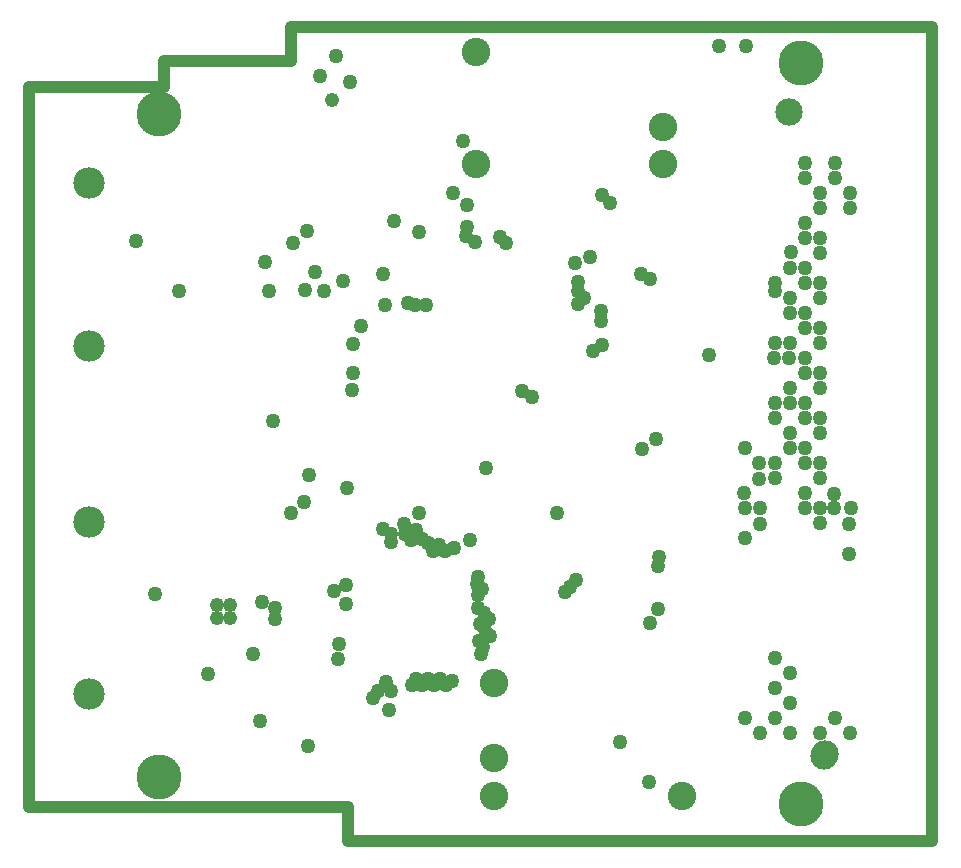
<source format=gbr>
G04 Layer_Physical_Order=7*
G04 Layer_Color=32768*
%FSLAX26Y26*%
%MOIN*%
%TF.FileFunction,Copper,L7,Inr,Plane*%
%TF.Part,Single*%
G01*
G75*
%TA.AperFunction,ComponentPad*%
%ADD42C,0.150000*%
%TA.AperFunction,NonConductor*%
%ADD47C,0.040000*%
%TA.AperFunction,ComponentPad*%
%ADD48C,0.095000*%
%ADD49C,0.104961*%
%ADD50C,0.091000*%
%ADD51C,0.091181*%
%TA.AperFunction,ViaPad*%
%ADD52C,0.050000*%
%ADD53C,0.047874*%
D42*
X5175000Y7960000D02*
D03*
X7315000Y8130000D02*
D03*
Y5660000D02*
D03*
X5175000Y5750000D02*
D03*
D47*
X4740000Y5650000D02*
Y8050000D01*
X5190000D01*
Y8135000D01*
X5615000D01*
Y8250000D01*
X7750000D01*
Y5535000D02*
Y8250000D01*
X5805000Y5535000D02*
X7750000D01*
X5805000D02*
Y5650000D01*
X4740000D02*
X5805000D01*
D48*
X6855000Y7916221D02*
D03*
Y7791221D02*
D03*
X6230000D02*
D03*
Y8166221D02*
D03*
X6292028Y6062190D02*
D03*
Y5812190D02*
D03*
Y5687190D02*
D03*
X6917028D02*
D03*
D49*
X4940500Y7185000D02*
D03*
Y7730000D02*
D03*
X4940000Y6025000D02*
D03*
X4940500Y6600000D02*
D03*
D50*
X7275000Y7965000D02*
D03*
X7390000Y5820000D02*
D03*
D51*
X7395000Y5824499D02*
D03*
X7275000Y7965500D02*
D03*
D52*
X7126000Y6546000D02*
D03*
X7226000Y6146000D02*
D03*
X7276000Y5996000D02*
D03*
X7226000Y6046000D02*
D03*
X7276000Y6096000D02*
D03*
X7426000Y5946000D02*
D03*
X7226000D02*
D03*
X7126000D02*
D03*
X7176000Y5896000D02*
D03*
X7276000D02*
D03*
X7376000D02*
D03*
X7476000D02*
D03*
X7473000Y6493000D02*
D03*
X7125000Y6695000D02*
D03*
X7425000Y6693000D02*
D03*
X7126000Y6647000D02*
D03*
X7479000Y6645000D02*
D03*
X7424000Y6647000D02*
D03*
X7174000Y6744000D02*
D03*
Y6797000D02*
D03*
X7128000Y6847000D02*
D03*
X5336000Y6092000D02*
D03*
X5948000Y6037500D02*
D03*
X5552456Y6934456D02*
D03*
X5770000Y6144000D02*
D03*
X5162000Y6358000D02*
D03*
X5487695Y6159695D02*
D03*
X5518000Y6333000D02*
D03*
X5613000Y6630000D02*
D03*
X5657864Y6666000D02*
D03*
X5799864Y6713000D02*
D03*
X5096000Y7536841D02*
D03*
X5240114Y7369000D02*
D03*
X5725000Y7371000D02*
D03*
X5786000Y7402000D02*
D03*
X6042000Y7566000D02*
D03*
X6202000Y7656000D02*
D03*
X6201000Y7583000D02*
D03*
X5919000Y7427000D02*
D03*
X6186513Y7870487D02*
D03*
X6154000Y7697000D02*
D03*
X7039000Y8186000D02*
D03*
X7131000Y8187000D02*
D03*
X5928425Y7323126D02*
D03*
X6065000Y7324000D02*
D03*
X5848000Y7253000D02*
D03*
X5819000Y7095000D02*
D03*
Y7194000D02*
D03*
X6027000Y7324000D02*
D03*
X5662000Y7372000D02*
D03*
X6264000Y6780000D02*
D03*
X5675000Y6756000D02*
D03*
X7226000Y6996000D02*
D03*
X7326000Y6696000D02*
D03*
X7226000Y6796000D02*
D03*
Y6746000D02*
D03*
X7276000Y6896000D02*
D03*
Y6846000D02*
D03*
X7326000Y6946000D02*
D03*
Y6996000D02*
D03*
X7476000Y7696000D02*
D03*
X6837000Y6310870D02*
D03*
Y6451919D02*
D03*
X6840613Y6483947D02*
D03*
X5941677Y5974000D02*
D03*
X6810000Y6263000D02*
D03*
X7376000Y6796000D02*
D03*
Y6746000D02*
D03*
X7326000Y6646000D02*
D03*
X7376000D02*
D03*
Y6596000D02*
D03*
Y7696000D02*
D03*
X7273000Y7146000D02*
D03*
X7276000Y7196000D02*
D03*
X5561000Y6312500D02*
D03*
Y6277500D02*
D03*
X7476000Y7646000D02*
D03*
X7226000Y7196000D02*
D03*
X7223000Y7145000D02*
D03*
X7326000Y7096000D02*
D03*
Y7146000D02*
D03*
X7376000Y7046000D02*
D03*
Y7096000D02*
D03*
X7276000Y7046000D02*
D03*
Y6996000D02*
D03*
X7473000Y6593000D02*
D03*
X7176000D02*
D03*
X7177000Y6647000D02*
D03*
X6528000Y6366000D02*
D03*
X6545207Y6383207D02*
D03*
X6564395Y6407667D02*
D03*
X6500000Y6630000D02*
D03*
X7226000Y6946000D02*
D03*
X7376000Y6896000D02*
D03*
Y6946000D02*
D03*
X6088000Y6503000D02*
D03*
X6237000Y6356685D02*
D03*
X5992396Y6560000D02*
D03*
X6071076Y6527972D02*
D03*
X5773500Y6194000D02*
D03*
X6241000Y6203000D02*
D03*
X6232193Y6391740D02*
D03*
X5921622Y6576000D02*
D03*
X6259000Y6239000D02*
D03*
X5796000Y6326000D02*
D03*
X5929000Y6066000D02*
D03*
X6127000Y6504000D02*
D03*
X6050528Y6057268D02*
D03*
X6257787Y6296842D02*
D03*
X5990000Y6593000D02*
D03*
X6149939Y6071000D02*
D03*
X5796000Y6390000D02*
D03*
X6089898Y6057268D02*
D03*
X6237000Y6415740D02*
D03*
X6107000Y6524000D02*
D03*
X6155544Y6512000D02*
D03*
X6254941Y6183000D02*
D03*
X6236000Y6313000D02*
D03*
X6013000Y6540000D02*
D03*
X6070213Y6076458D02*
D03*
X6030842Y6573842D02*
D03*
Y6076458D02*
D03*
X6246000Y6159000D02*
D03*
X6052000Y6544000D02*
D03*
X5946000Y6534000D02*
D03*
X6109583Y6076458D02*
D03*
X6276000Y6219000D02*
D03*
X6275102Y6277158D02*
D03*
X5947000Y6558334D02*
D03*
X6251394Y6377000D02*
D03*
X6244000Y6258000D02*
D03*
X7226000Y7396000D02*
D03*
X6227364Y7533364D02*
D03*
X6784000Y6844000D02*
D03*
X6829000Y6875130D02*
D03*
X7426000Y7746000D02*
D03*
Y7796000D02*
D03*
X6779000Y7426000D02*
D03*
X6811000Y7409000D02*
D03*
X5957000Y7603000D02*
D03*
X7006000Y7155000D02*
D03*
X6209000Y6541000D02*
D03*
X5618921Y7529000D02*
D03*
X5668000Y7570000D02*
D03*
X5527000Y7464624D02*
D03*
X5539000Y7371000D02*
D03*
X5710500Y8085000D02*
D03*
X5765000Y8152000D02*
D03*
X5812000Y8065000D02*
D03*
X5509000Y5935000D02*
D03*
X6710000Y5867000D02*
D03*
X5904130Y6035000D02*
D03*
X5886500Y6013000D02*
D03*
X6039000Y6630000D02*
D03*
X5692870Y7433000D02*
D03*
X5758000Y6370000D02*
D03*
X5816846Y7038886D02*
D03*
X6003000Y7328291D02*
D03*
X7376000Y7646000D02*
D03*
X7227000Y7369000D02*
D03*
X6015500Y6056844D02*
D03*
X6570000Y7370000D02*
D03*
X7326000Y7446000D02*
D03*
X6568787Y7399000D02*
D03*
X7326000Y7396000D02*
D03*
X6559000Y7464000D02*
D03*
X7376000Y7496000D02*
D03*
X6610000Y7483000D02*
D03*
X7376000Y7546000D02*
D03*
X6198051Y7552000D02*
D03*
X7276000Y7446000D02*
D03*
X7326000Y7546000D02*
D03*
Y7596000D02*
D03*
Y7246000D02*
D03*
X6590000Y7346000D02*
D03*
X7326000Y7296000D02*
D03*
X6570000Y7325000D02*
D03*
X6649000Y7688000D02*
D03*
X7326000Y7746000D02*
D03*
X6678033Y7663033D02*
D03*
X7326000Y7796000D02*
D03*
X6417681Y7015000D02*
D03*
X6384000Y7036000D02*
D03*
X7376000Y7396000D02*
D03*
Y7346000D02*
D03*
X6647000Y7304000D02*
D03*
X7276000Y7296000D02*
D03*
X6648000Y7270000D02*
D03*
X7276000Y7346000D02*
D03*
X6650000Y7188000D02*
D03*
X7376000Y7246000D02*
D03*
X6622000Y7170000D02*
D03*
X7376000Y7196000D02*
D03*
X6330000Y7531000D02*
D03*
X7279000Y7499000D02*
D03*
X6309000Y7548000D02*
D03*
X7326000Y6796000D02*
D03*
Y6846000D02*
D03*
X6130000Y6056000D02*
D03*
X6806000Y5731750D02*
D03*
X5670000Y5852000D02*
D03*
D53*
X5749000Y8006000D02*
D03*
X5366559Y6324362D02*
D03*
X5409866D02*
D03*
X5366559Y6281055D02*
D03*
X5409866D02*
D03*
%TF.MD5,62D446D93A4A4C713FE3A34E84A11A9A*%
M02*

</source>
